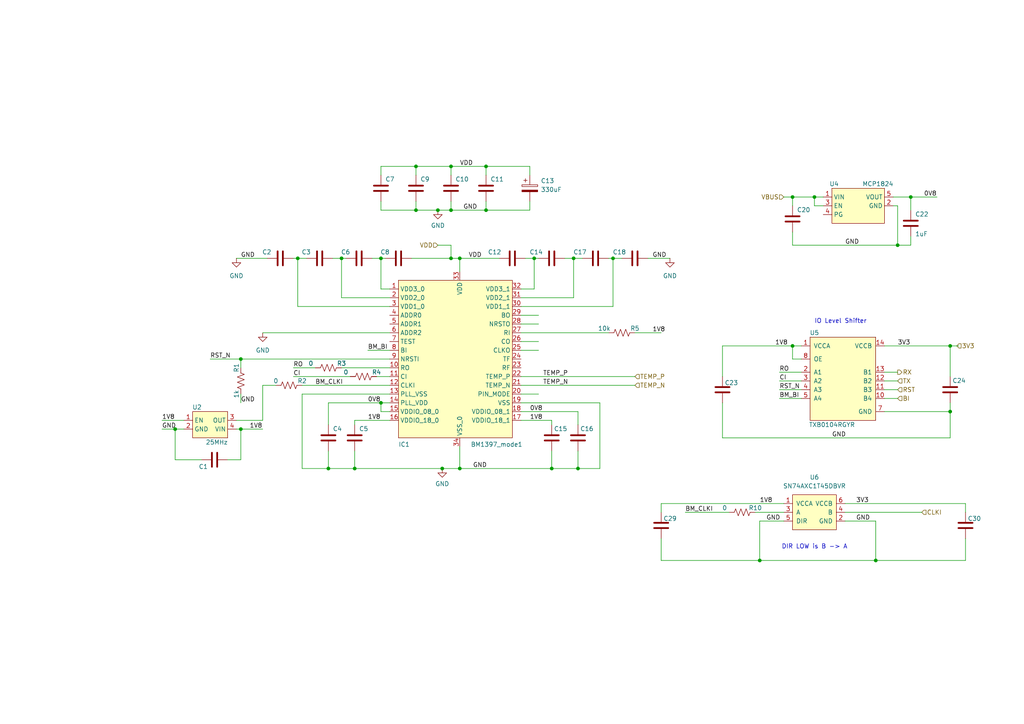
<source format=kicad_sch>
(kicad_sch (version 20231120) (generator "eeschema") (generator_version "8.0")
  (paper "A4")
  (lib_symbols
    (symbol "Device:C" (pin_numbers hide) (pin_names (offset 0.254))
      (property "Reference" "C" (at 0.635 2.54 0))
      (property "Value" "C" (at 0.635 -2.54 0))
      (symbol "C_0_1"
        (polyline (pts (xy -2.032 -0.762) (xy 2.032 -0.762)) (stroke (width 0.508)))
        (polyline (pts (xy -2.032 0.762) (xy 2.032 0.762)) (stroke (width 0.508)))
      )
      (symbol "C_1_1"
        (pin passive line (at 0 3.81 270) (length 2.794) (name "~") (number "1"))
        (pin passive line (at 0 -3.81 90) (length 2.794) (name "~") (number "2"))
      )
    )
    (symbol "Device:C_Polarized" (pin_numbers hide) (pin_names (offset 0.254))
      (property "Reference" "C" (at 0.635 2.54 0))
      (property "Value" "C_Polarized" (at 0.635 -2.54 0))
      (symbol "C_Polarized_0_1"
        (rectangle (start -2.286 0.508) (end 2.286 1.016))
        (polyline (pts (xy -1.778 2.286) (xy -0.762 2.286)))
        (polyline (pts (xy -1.27 2.794) (xy -1.27 1.778)))
        (rectangle (start 2.286 -0.508) (end -2.286 -1.016) (fill (type outline)))
      )
      (symbol "C_Polarized_1_1"
        (pin passive line (at 0 3.81 270) (length 2.794) (name "~") (number "1"))
        (pin passive line (at 0 -3.81 90) (length 2.794) (name "~") (number "2"))
      )
    )
    (symbol "Device:R_US" (pin_numbers hide) (pin_names (offset 0))
      (property "Reference" "R" (at 2.54 0 90))
      (property "Value" "R_US" (at -2.54 0 90))
      (symbol "R_US_0_1"
        (polyline (pts (xy 0 -2.286) (xy 0 -2.54)))
        (polyline (pts (xy 0 2.286) (xy 0 2.54)))
        (polyline (pts (xy 0 -0.762) (xy 1.016 -1.143) (xy 0 -1.524) (xy -1.016 -1.905) (xy 0 -2.286)))
        (polyline (pts (xy 0 0.762) (xy 1.016 0.381) (xy 0 0) (xy -1.016 -0.381) (xy 0 -0.762)))
        (polyline (pts (xy 0 2.286) (xy 1.016 1.905) (xy 0 1.524) (xy -1.016 1.143) (xy 0 0.762)))
      )
      (symbol "R_US_1_1"
        (pin passive line (at 0 3.81 270) (length 1.27) (name "~") (number "1"))
        (pin passive line (at 0 -3.81 90) (length 1.27) (name "~") (number "2"))
      )
    )
    (symbol "GND_1" (power) (pin_numbers hide) (pin_names (offset 0) hide)
      (property "Value" "GND" (at 0 -3.81 0))
      (symbol "GND_1_0_1"
        (polyline (pts (xy 0 0) (xy 0 -1.27) (xy 1.27 -1.27) (xy 0 -2.54) (xy -1.27 -1.27) (xy 0 -1.27)))
      )
      (symbol "GND_1_1_1"
        (pin power_in line (at 0 0 270) (length 0) (name "~") (number "1"))
      )
    )
    (symbol "GND_2" (power) (pin_numbers hide) (pin_names (offset 0) hide)
      (property "Value" "GND" (at 0 -3.81 0))
      (symbol "GND_2_0_1"
        (polyline (pts (xy 0 0) (xy 0 -1.27) (xy 1.27 -1.27) (xy 0 -2.54) (xy -1.27 -1.27) (xy 0 -1.27)))
      )
      (symbol "GND_2_1_1"
        (pin power_in line (at 0 0 270) (length 0) (name "~") (number "1"))
      )
    )
    (symbol "MCP1824_1"
      (property "Reference" "U" (at -7.62 5.08 0))
      (property "Value" "MCP1824_1" (at 5.08 5.08 0))
      (symbol "MCP1824_1_0_1"
        (rectangle (start -7.62 3.81) (end 7.62 -6.35) (stroke (width 0.1524)) (fill (type background)))
      )
      (symbol "MCP1824_1_1_0"
        (pin bidirectional line (at -10.16 1.27 0) (length 2.54) (name "VIN") (number "1"))
        (pin bidirectional line (at 10.16 -1.27 180) (length 2.54) (name "GND") (number "2"))
        (pin bidirectional line (at -10.16 -1.27 0) (length 2.54) (name "EN") (number "3"))
        (pin bidirectional line (at -10.16 -3.81 0) (length 2.54) (name "PG") (number "4"))
        (pin bidirectional line (at 10.16 1.27 180) (length 2.54) (name "VOUT") (number "5"))
      )
    )
    (symbol "bitaxe:BM1397_mode1"
      (property "Reference" "IC" (at -17.78 17.78 0))
      (property "Value" "BM1397_mode1" (at -17.78 -30.48 0))
      (symbol "BM1397_mode1_1_0"
        (pin bidirectional line (at -20.32 15.24 0) (length 2.54) (name "VDD3_0") (number "1"))
        (pin bidirectional line (at -20.32 -7.62 0) (length 2.54) (name "RO") (number "10"))
        (pin bidirectional line (at -20.32 -10.16 0) (length 2.54) (name "CI") (number "11"))
        (pin bidirectional line (at -20.32 -12.7 0) (length 2.54) (name "CLKI") (number "12"))
        (pin bidirectional line (at -20.32 -15.24 0) (length 2.54) (name "PLL_VSS") (number "13"))
        (pin bidirectional line (at -20.32 -17.78 0) (length 2.54) (name "PLL_VDD") (number "14"))
        (pin bidirectional line (at -20.32 -20.32 0) (length 2.54) (name "VDDIO_08_0") (number "15"))
        (pin bidirectional line (at -20.32 -22.86 0) (length 2.54) (name "VDDIO_18_0") (number "16"))
        (pin bidirectional line (at 17.78 -22.86 180) (length 2.54) (name "VDDIO_18_1") (number "17"))
        (pin bidirectional line (at 17.78 -20.32 180) (length 2.54) (name "VDDIO_08_1") (number "18"))
        (pin bidirectional line (at 17.78 -17.78 180) (length 2.54) (name "VSS") (number "19"))
        (pin bidirectional line (at -20.32 12.7 0) (length 2.54) (name "VDD2_0") (number "2"))
        (pin bidirectional line (at 17.78 -15.24 180) (length 2.54) (name "PIN_MODE") (number "20"))
        (pin bidirectional line (at 17.78 -12.7 180) (length 2.54) (name "TEMP_N") (number "21"))
        (pin bidirectional line (at 17.78 -10.16 180) (length 2.54) (name "TEMP_P") (number "22"))
        (pin bidirectional line (at 17.78 -7.62 180) (length 2.54) (name "RF") (number "23"))
        (pin bidirectional line (at 17.78 -5.08 180) (length 2.54) (name "TF") (number "24"))
        (pin bidirectional line (at 17.78 -2.54 180) (length 2.54) (name "CLKO") (number "25"))
        (pin bidirectional line (at 17.78 0 180) (length 2.54) (name "CO") (number "26"))
        (pin bidirectional line (at 17.78 2.54 180) (length 2.54) (name "RI") (number "27"))
        (pin bidirectional line (at 17.78 5.08 180) (length 2.54) (name "NRSTO") (number "28"))
        (pin bidirectional line (at 17.78 7.62 180) (length 2.54) (name "BO") (number "29"))
        (pin bidirectional line (at -20.32 10.16 0) (length 2.54) (name "VDD1_0") (number "3"))
        (pin bidirectional line (at 17.78 10.16 180) (length 2.54) (name "VDD1_1") (number "30"))
        (pin bidirectional line (at 17.78 12.7 180) (length 2.54) (name "VDD2_1") (number "31"))
        (pin bidirectional line (at 17.78 15.24 180) (length 2.54) (name "VDD3_1") (number "32"))
        (pin bidirectional line (at 0 20.32 270) (length 2.54) (name "VDD") (number "33"))
        (pin bidirectional line (at 0 -30.48 90) (length 2.54) (name "VSS_0") (number "34"))
        (pin bidirectional line (at -20.32 7.62 0) (length 2.54) (name "ADDR0") (number "4"))
        (pin bidirectional line (at -20.32 5.08 0) (length 2.54) (name "ADDR1") (number "5"))
        (pin bidirectional line (at -20.32 2.54 0) (length 2.54) (name "ADDR2") (number "6"))
        (pin bidirectional line (at -20.32 0 0) (length 2.54) (name "TEST") (number "7"))
        (pin bidirectional line (at -20.32 -2.54 0) (length 2.54) (name "BI") (number "8"))
        (pin bidirectional line (at -20.32 -5.08 0) (length 2.54) (name "NRSTI") (number "9"))
      )
      (symbol "BM1397_mode1_1_1"
        (rectangle (start -17.78 17.78) (end 15.24 -27.94) (stroke (width 0.1524)) (fill (type background)))
      )
    )
    (symbol "bitaxe:SN74AXC1T45DBVR" (pin_names (offset 1.016))
      (property "Reference" "U" (at -10.16 10.922 0))
      (property "Value" "SN74AXC1T45DBVR" (at -10.16 -2.54 0))
      (symbol "SN74AXC1T45DBVR_0_0"
        (rectangle (start -10.16 10.16) (end 2.54 0) (stroke (width 0.1524)) (fill (type background)))
        (pin power_in line (at -12.7 7.62 0) (length 2.54) (name "VCCA") (number "1"))
        (pin power_in line (at 5.08 2.54 180) (length 2.54) (name "GND") (number "2"))
        (pin bidirectional line (at -12.7 5.08 0) (length 2.54) (name "A") (number "3"))
        (pin bidirectional line (at 5.08 5.08 180) (length 2.54) (name "B") (number "4"))
        (pin input line (at -12.7 2.54 0) (length 2.54) (name "DIR") (number "5"))
        (pin power_in line (at 5.08 7.62 180) (length 2.54) (name "VCCB") (number "6"))
      )
    )
    (symbol "bitaxe:TXB0104RGYR" (pin_names (offset 1.016))
      (property "Reference" "U" (at -8.89 12.7 0))
      (property "Value" "TXB0104RGYR" (at -8.89 -11.43 0))
      (symbol "TXB0104RGYR_0_0"
        (rectangle (start -8.89 12.7) (end 10.16 -11.43) (stroke (width 0.1524)) (fill (type background)))
        (pin power_in line (at -11.43 10.16 0) (length 2.54) (name "VCCA") (number "1"))
        (pin bidirectional line (at 12.7 -5.08 180) (length 2.54) (name "B4") (number "10"))
        (pin bidirectional line (at 12.7 -2.54 180) (length 2.54) (name "B3") (number "11"))
        (pin bidirectional line (at 12.7 0 180) (length 2.54) (name "B2") (number "12"))
        (pin bidirectional line (at 12.7 2.54 180) (length 2.54) (name "B1") (number "13"))
        (pin power_in line (at 12.7 10.16 180) (length 2.54) (name "VCCB") (number "14"))
        (pin passive line (at 12.7 -8.89 180) (length 2.54) hide (name "GND") (number "15"))
        (pin passive line (at 12.7 -8.89 180) (length 2.54) hide (name "GND") (number "16"))
        (pin passive line (at 12.7 -8.89 180) (length 2.54) hide (name "GND") (number "17"))
        (pin passive line (at 12.7 -8.89 180) (length 2.54) hide (name "GND") (number "18"))
        (pin passive line (at 12.7 -8.89 180) (length 2.54) hide (name "GND") (number "19"))
        (pin bidirectional line (at -11.43 2.54 0) (length 2.54) (name "A1") (number "2"))
        (pin bidirectional line (at -11.43 0 0) (length 2.54) (name "A2") (number "3"))
        (pin bidirectional line (at -11.43 -2.54 0) (length 2.54) (name "A3") (number "4"))
        (pin bidirectional line (at -11.43 -5.08 0) (length 2.54) (name "A4") (number "5"))
        (pin power_in line (at 12.7 -8.89 180) (length 2.54) (name "GND") (number "7"))
        (pin input line (at -11.43 6.35 0) (length 2.54) (name "OE") (number "8"))
      )
    )
    (symbol "bitaxe:oscillator"
      (property "Reference" "U" (at -3.81 5.08 0))
      (property "Value" "oscillator" (at 0 -5.08 0))
      (symbol "oscillator_0_1"
        (rectangle (start -5.08 3.81) (end 5.08 -3.81) (stroke (width 0.1524)) (fill (type background)))
      )
      (symbol "oscillator_1_0"
        (pin bidirectional line (at -7.62 1.27 0) (length 2.54) (name "EN") (number "1"))
        (pin bidirectional line (at -7.62 -1.27 0) (length 2.54) (name "GND") (number "2"))
        (pin bidirectional line (at 7.62 1.27 180) (length 2.54) (name "OUT") (number "3"))
        (pin bidirectional line (at 7.62 -1.27 180) (length 2.54) (name "VIN") (number "4"))
      )
    )
    (symbol "power:GND" (power) (pin_names (offset 0))
      (property "Value" "GND" (at 0 -3.81 0))
      (symbol "GND_0_1"
        (polyline (pts (xy 0 0) (xy 0 -1.27) (xy 1.27 -1.27) (xy 0 -2.54) (xy -1.27 -1.27) (xy 0 -1.27)))
      )
      (symbol "GND_1_1"
        (pin power_in line (at 0 0 270) (length 0) hide (name "GND") (number "1"))
      )
    )
  )
  (junction (at 127 60.96))
  (junction (at 229.87 57.15) (diameter 0.9144))
  (junction (at 140.97 60.96))
  (junction (at 95.25 135.89))
  (junction (at 130.81 60.96) (diameter 0.9144))
  (junction (at 275.59 100.33))
  (junction (at 160.02 135.89))
  (junction (at 130.81 74.93))
  (junction (at 50.8 124.46))
  (junction (at 167.64 135.89))
  (junction (at 128.27 135.89))
  (junction (at 102.87 135.89))
  (junction (at 236.22 57.15))
  (junction (at 120.65 60.96) (diameter 0.9144))
  (junction (at 264.16 57.15) (diameter 0.9144))
  (junction (at 99.06 74.93))
  (junction (at 154.94 74.93))
  (junction (at 275.59 119.38))
  (junction (at 130.81 48.26) (diameter 0.9144))
  (junction (at 166.37 74.93))
  (junction (at 254 162.56))
  (junction (at 86.36 74.93))
  (junction (at 177.8 74.93))
  (junction (at 140.97 48.26))
  (junction (at 110.49 116.84))
  (junction (at 133.35 135.89))
  (junction (at 69.85 124.46))
  (junction (at 220.345 162.56))
  (junction (at 133.35 74.93))
  (junction (at 260.35 71.12) (diameter 0.9144))
  (junction (at 120.65 48.26) (diameter 0.9144))
  (junction (at 229.87 100.33))
  (junction (at 69.85 104.14))
  (junction (at 110.49 74.93))
  (wire (pts (xy 133.35 135.89) (xy 133.35 129.54)))
  (wire (pts (xy 110.49 74.93) (xy 110.49 83.82)))
  (wire (pts (xy 107.95 74.93) (xy 110.49 74.93)))
  (wire (pts (xy 69.85 124.46) (xy 76.2 124.46)))
  (wire (pts (xy 226.06 110.49) (xy 232.41 110.49)))
  (wire (pts (xy 102.87 130.81) (xy 102.87 135.89)))
  (wire (pts (xy 209.55 116.84) (xy 209.55 127)))
  (wire (pts (xy 226.06 115.57) (xy 232.41 115.57)))
  (wire (pts (xy 68.58 124.46) (xy 69.85 124.46)))
  (wire (pts (xy 187.96 74.93) (xy 194.31 74.93)))
  (wire (pts (xy 154.94 74.93) (xy 156.21 74.93)))
  (wire (pts (xy 220.345 151.13) (xy 220.345 162.56)))
  (wire (pts (xy 120.65 50.8) (xy 120.65 48.26)))
  (wire (pts (xy 76.2 96.52) (xy 113.03 96.52)))
  (wire (pts (xy 110.49 50.8) (xy 110.49 48.26)))
  (wire (pts (xy 166.37 86.36) (xy 166.37 74.93)))
  (wire (pts (xy 226.06 107.95) (xy 232.41 107.95)))
  (wire (pts (xy 130.81 60.96) (xy 127 60.96)))
  (wire (pts (xy 153.67 58.42) (xy 153.67 60.96)))
  (wire (pts (xy 236.22 59.69) (xy 238.76 59.69)))
  (wire (pts (xy 184.15 96.52) (xy 191.77 96.52)))
  (wire (pts (xy 280.035 156.21) (xy 280.035 162.56)))
  (wire (pts (xy 160.02 130.81) (xy 160.02 135.89)))
  (wire (pts (xy 86.36 88.9) (xy 86.36 74.93)))
  (wire (pts (xy 173.99 116.84) (xy 151.13 116.84)))
  (wire (pts (xy 260.35 71.12) (xy 229.87 71.12)))
  (wire (pts (xy 110.49 119.38) (xy 110.49 116.84)))
  (wire (pts (xy 245.11 151.13) (xy 254 151.13)))
  (wire (pts (xy 68.58 121.92) (xy 76.2 121.92)))
  (wire (pts (xy 260.35 59.69) (xy 259.08 59.69)))
  (wire (pts (xy 198.755 148.59) (xy 211.455 148.59)))
  (wire (pts (xy 127 60.96) (xy 120.65 60.96)))
  (wire (pts (xy 191.77 146.05) (xy 191.77 148.59)))
  (wire (pts (xy 95.25 130.81) (xy 95.25 135.89)))
  (wire (pts (xy 152.4 74.93) (xy 154.94 74.93)))
  (wire (pts (xy 236.22 59.69) (xy 236.22 57.15)))
  (wire (pts (xy 76.2 111.76) (xy 76.2 121.92)))
  (wire (pts (xy 50.8 133.35) (xy 50.8 124.46)))
  (wire (pts (xy 127 71.12) (xy 130.81 71.12)))
  (wire (pts (xy 227.33 57.15) (xy 229.87 57.15)))
  (wire (pts (xy 46.99 124.46) (xy 50.8 124.46)))
  (wire (pts (xy 167.64 119.38) (xy 167.64 123.19)))
  (wire (pts (xy 140.97 60.96) (xy 153.67 60.96)))
  (wire (pts (xy 95.25 135.89) (xy 102.87 135.89)))
  (wire (pts (xy 87.63 114.3) (xy 87.63 135.89)))
  (wire (pts (xy 236.22 57.15) (xy 238.76 57.15)))
  (wire (pts (xy 245.11 148.59) (xy 267.335 148.59)))
  (wire (pts (xy 275.59 100.33) (xy 278.13 100.33)))
  (wire (pts (xy 151.13 119.38) (xy 167.64 119.38)))
  (wire (pts (xy 95.25 116.84) (xy 110.49 116.84)))
  (wire (pts (xy 119.38 74.93) (xy 130.81 74.93)))
  (wire (pts (xy 130.81 48.26) (xy 140.97 48.26)))
  (wire (pts (xy 151.13 91.44) (xy 156.21 91.44)))
  (wire (pts (xy 68.58 74.93) (xy 77.47 74.93)))
  (wire (pts (xy 209.55 109.22) (xy 209.55 100.33)))
  (wire (pts (xy 151.13 101.6) (xy 156.21 101.6)))
  (wire (pts (xy 85.09 109.22) (xy 101.6 109.22)))
  (wire (pts (xy 245.11 146.05) (xy 280.035 146.05)))
  (wire (pts (xy 259.08 57.15) (xy 264.16 57.15)))
  (wire (pts (xy 113.03 83.82) (xy 110.49 83.82)))
  (wire (pts (xy 229.87 57.15) (xy 229.87 59.69)))
  (wire (pts (xy 86.36 74.93) (xy 88.9 74.93)))
  (wire (pts (xy 110.49 48.26) (xy 120.65 48.26)))
  (wire (pts (xy 128.27 135.89) (xy 133.35 135.89)))
  (wire (pts (xy 256.54 110.49) (xy 260.35 110.49)))
  (wire (pts (xy 140.97 50.8) (xy 140.97 48.26)))
  (wire (pts (xy 106.68 101.6) (xy 113.03 101.6)))
  (wire (pts (xy 229.87 100.33) (xy 232.41 100.33)))
  (wire (pts (xy 166.37 74.93) (xy 168.91 74.93)))
  (wire (pts (xy 120.65 60.96) (xy 110.49 60.96)))
  (wire (pts (xy 133.35 74.93) (xy 133.35 78.74)))
  (wire (pts (xy 173.99 135.89) (xy 173.99 116.84)))
  (wire (pts (xy 133.35 135.89) (xy 160.02 135.89)))
  (wire (pts (xy 66.04 133.35) (xy 69.85 133.35)))
  (wire (pts (xy 151.13 121.92) (xy 160.02 121.92)))
  (wire (pts (xy 99.06 106.68) (xy 113.03 106.68)))
  (wire (pts (xy 153.67 50.8) (xy 153.67 48.26)))
  (wire (pts (xy 110.49 58.42) (xy 110.49 60.96)))
  (wire (pts (xy 76.2 111.76) (xy 80.01 111.76)))
  (wire (pts (xy 151.13 111.76) (xy 184.15 111.76)))
  (wire (pts (xy 280.035 146.05) (xy 280.035 148.59)))
  (wire (pts (xy 69.85 104.14) (xy 113.03 104.14)))
  (wire (pts (xy 226.06 113.03) (xy 232.41 113.03)))
  (wire (pts (xy 46.99 121.92) (xy 53.34 121.92)))
  (wire (pts (xy 151.13 96.52) (xy 176.53 96.52)))
  (wire (pts (xy 95.25 123.19) (xy 95.25 116.84)))
  (wire (pts (xy 69.85 133.35) (xy 69.85 124.46)))
  (wire (pts (xy 163.83 74.93) (xy 166.37 74.93)))
  (wire (pts (xy 254 162.56) (xy 220.345 162.56)))
  (wire (pts (xy 220.345 162.56) (xy 191.77 162.56)))
  (wire (pts (xy 151.13 99.06) (xy 156.21 99.06)))
  (wire (pts (xy 140.97 48.26) (xy 153.67 48.26)))
  (wire (pts (xy 167.64 135.89) (xy 173.99 135.89)))
  (wire (pts (xy 130.81 71.12) (xy 130.81 74.93)))
  (wire (pts (xy 140.97 58.42) (xy 140.97 60.96)))
  (wire (pts (xy 85.09 106.68) (xy 91.44 106.68)))
  (wire (pts (xy 191.77 162.56) (xy 191.77 156.21)))
  (wire (pts (xy 144.78 74.93) (xy 133.35 74.93)))
  (wire (pts (xy 264.16 57.15) (xy 264.16 60.96)))
  (wire (pts (xy 151.13 93.98) (xy 156.21 93.98)))
  (wire (pts (xy 176.53 74.93) (xy 177.8 74.93)))
  (wire (pts (xy 50.8 124.46) (xy 53.34 124.46)))
  (wire (pts (xy 102.87 135.89) (xy 128.27 135.89)))
  (wire (pts (xy 256.54 115.57) (xy 260.35 115.57)))
  (wire (pts (xy 209.55 100.33) (xy 229.87 100.33)))
  (wire (pts (xy 113.03 86.36) (xy 99.06 86.36)))
  (wire (pts (xy 140.97 60.96) (xy 130.81 60.96)))
  (wire (pts (xy 113.03 119.38) (xy 110.49 119.38)))
  (wire (pts (xy 110.49 116.84) (xy 113.03 116.84)))
  (wire (pts (xy 229.87 104.14) (xy 229.87 100.33)))
  (wire (pts (xy 256.54 113.03) (xy 260.35 113.03)))
  (wire (pts (xy 160.02 135.89) (xy 167.64 135.89)))
  (wire (pts (xy 229.87 57.15) (xy 236.22 57.15)))
  (wire (pts (xy 191.77 146.05) (xy 227.33 146.05)))
  (wire (pts (xy 69.85 114.3) (xy 69.85 116.84)))
  (wire (pts (xy 167.64 130.81) (xy 167.64 135.89)))
  (wire (pts (xy 120.65 58.42) (xy 120.65 60.96)))
  (wire (pts (xy 254 151.13) (xy 254 162.56)))
  (wire (pts (xy 102.87 123.19) (xy 102.87 121.92)))
  (wire (pts (xy 102.87 121.92) (xy 113.03 121.92)))
  (wire (pts (xy 256.54 100.33) (xy 275.59 100.33)))
  (wire (pts (xy 87.63 135.89) (xy 95.25 135.89)))
  (wire (pts (xy 58.42 133.35) (xy 50.8 133.35)))
  (wire (pts (xy 87.63 114.3) (xy 113.03 114.3)))
  (wire (pts (xy 151.13 88.9) (xy 177.8 88.9)))
  (wire (pts (xy 260.35 59.69) (xy 260.35 71.12)))
  (wire (pts (xy 110.49 74.93) (xy 111.76 74.93)))
  (wire (pts (xy 85.09 74.93) (xy 86.36 74.93)))
  (wire (pts (xy 113.03 88.9) (xy 86.36 88.9)))
  (wire (pts (xy 264.16 71.12) (xy 260.35 71.12)))
  (wire (pts (xy 120.65 48.26) (xy 130.81 48.26)))
  (wire (pts (xy 275.59 119.38) (xy 275.59 127)))
  (wire (pts (xy 256.54 119.38) (xy 275.59 119.38)))
  (wire (pts (xy 229.87 67.31) (xy 229.87 71.12)))
  (wire (pts (xy 177.8 88.9) (xy 177.8 74.93)))
  (wire (pts (xy 130.81 50.8) (xy 130.81 48.26)))
  (wire (pts (xy 130.81 74.93) (xy 133.35 74.93)))
  (wire (pts (xy 60.96 104.14) (xy 69.85 104.14)))
  (wire (pts (xy 275.59 116.84) (xy 275.59 119.38)))
  (wire (pts (xy 275.59 100.33) (xy 275.59 109.22)))
  (wire (pts (xy 220.345 151.13) (xy 227.33 151.13)))
  (wire (pts (xy 96.52 74.93) (xy 99.06 74.93)))
  (wire (pts (xy 209.55 127) (xy 275.59 127)))
  (wire (pts (xy 99.06 86.36) (xy 99.06 74.93)))
  (wire (pts (xy 264.16 68.58) (xy 264.16 71.12)))
  (wire (pts (xy 160.02 121.92) (xy 160.02 123.19)))
  (wire (pts (xy 264.16 57.15) (xy 271.78 57.15)))
  (wire (pts (xy 99.06 74.93) (xy 100.33 74.93)))
  (wire (pts (xy 232.41 104.14) (xy 229.87 104.14)))
  (wire (pts (xy 154.94 83.82) (xy 154.94 74.93)))
  (wire (pts (xy 256.54 107.95) (xy 260.35 107.95)))
  (wire (pts (xy 69.85 104.14) (xy 69.85 106.68)))
  (wire (pts (xy 151.13 86.36) (xy 166.37 86.36)))
  (wire (pts (xy 151.13 109.22) (xy 184.15 109.22)))
  (wire (pts (xy 219.075 148.59) (xy 227.33 148.59)))
  (wire (pts (xy 109.22 109.22) (xy 113.03 109.22)))
  (wire (pts (xy 130.81 58.42) (xy 130.81 60.96)))
  (wire (pts (xy 151.13 83.82) (xy 154.94 83.82)))
  (wire (pts (xy 280.035 162.56) (xy 254 162.56)))
  (wire (pts (xy 151.13 114.3) (xy 156.21 114.3)))
  (wire (pts (xy 87.63 111.76) (xy 113.03 111.76)))
  (wire (pts (xy 177.8 74.93) (xy 180.34 74.93)))
  (text "DIR LOW is B -> A" (at 226.695 159.385 0) (effects (font (size 1.27 1.27)) (justify left bottom)))
  (text "IO Level Shifter" (at 236.22 93.98 0) (effects (font (size 1.27 1.27)) (justify left bottom)))
  (label "TEMP_N" (at 157.48 111.76 0))
  (label "1V8" (at 153.67 121.92 0))
  (label "0V8" (at 106.68 116.84 0))
  (label "VDD" (at 135.89 74.93 0))
  (label "GND" (at 222.25 151.13 0))
  (label "GND" (at 46.99 124.46 0))
  (label "GND" (at 189.23 74.93 0))
  (label "1V8" (at 220.345 146.05 0))
  (label "RST_N" (at 60.96 104.14 0))
  (label "RO" (at 226.06 107.95 0))
  (label "3V3" (at 248.285 146.05 0))
  (label "1V8" (at 46.99 121.92 0))
  (label "GND" (at 138.43 60.96 180))
  (label "GND" (at 245.11 71.12 0))
  (label "GND" (at 248.285 151.13 0))
  (label "0V8" (at 153.67 119.38 0))
  (label "1V8" (at 106.68 121.92 0))
  (label "3V3" (at 260.35 100.33 0))
  (label "BM_CLKI" (at 91.44 111.76 0))
  (label "1V8" (at 224.79 100.33 0))
  (label "0V8" (at 267.97 57.15 0))
  (label "GND" (at 137.16 135.89 0))
  (label "BM_BI" (at 226.06 115.57 0))
  (label "CI" (at 226.06 110.49 0))
  (label "GND" (at 69.85 74.93 0))
  (label "BM_BI" (at 106.68 101.6 0))
  (label "1V8" (at 189.23 96.52 0))
  (label "GND" (at 241.3 127 0))
  (label "CI" (at 85.09 109.22 0))
  (label "1V8" (at 72.39 124.46 0))
  (label "TEMP_P" (at 157.48 109.22 0))
  (label "GND" (at 69.85 116.84 0))
  (label "RST_N" (at 226.06 113.03 0))
  (label "BM_CLKI" (at 198.755 148.59 0))
  (label "RO" (at 85.09 106.68 0))
  (label "VDD" (at 133.35 48.26 0))
  (hierarchical_label "VBUS" (shape input) (at 227.33 57.15 180))
  (hierarchical_label "TEMP_N" (shape input) (at 184.15 111.76 0))
  (hierarchical_label "RST" (shape input) (at 260.35 113.03 0))
  (hierarchical_label "CLKI" (shape input) (at 267.335 148.59 0))
  (hierarchical_label "RX" (shape output) (at 260.35 107.95 0))
  (hierarchical_label "VDD" (shape input) (at 127 71.12 180))
  (hierarchical_label "3V3" (shape input) (at 277.495 100.33 0))
  (hierarchical_label "BI" (shape input) (at 260.35 115.57 0))
  (hierarchical_label "TX" (shape input) (at 260.35 110.49 0))
  (hierarchical_label "TEMP_P" (shape input) (at 184.15 109.22 0))
  (symbol (lib_id "Device:C") (at 209.55 113.03 0) (unit 1)
    (property "Reference" "C23" (at 210.185 111.76 0) (effects (justify left bottom)))
    (property "Value" "311-3342-1-ND" (effects (hide yes)))
    (property "Footprint" "Capacitor_SMD:C_0402_1005Metric" (effects (hide yes)))
    (property "DK" "1292-1639-1-ND" (effects (hide yes)))
  )
  (symbol (lib_id "Device:C") (at 160.02 74.93 90) (unit 1)
    (property "Reference" "C14" (at 157.48 72.39 90) (effects (justify left bottom)))
    (property "Value" "587-5514-1-ND" (effects (hide yes)))
    (property "Footprint" "Capacitor_SMD:C_0402_1005Metric" (effects (hide yes)))
    (property "DK" "587-5514-1-ND" (effects (hide yes)))
  )
  (symbol (lib_id "Device:R_US") (at 215.265 148.59 90) (unit 1)
    (property "Reference" "R10" (at 219.075 147.32 90))
    (property "Value" "0" (at 210.185 147.32 90))
    (property "Footprint" "Resistor_SMD:R_0402_1005Metric" (effects (hide yes)))
    (property "DK" "RMCF0402ZT0R00CT-ND" (effects (hide yes)))
  )
  (symbol (lib_id "Device:C") (at 275.59 113.03 0) (unit 1)
    (property "Reference" "C24" (at 276.225 111.125 0) (effects (justify left bottom)))
    (property "Value" "311-3342-1-ND" (effects (hide yes)))
    (property "Footprint" "Capacitor_SMD:C_0402_1005Metric" (effects (hide yes)))
    (property "DK" "1292-1639-1-ND" (effects (hide yes)))
  )
  (symbol (lib_id "Device:C") (at 95.25 127 0) (unit 1)
    (property "Reference" "C4" (at 96.52 125.095 0) (effects (justify left bottom)))
    (property "Value" "587-5514-1-ND" (effects (hide yes)))
    (property "Footprint" "Capacitor_SMD:C_0402_1005Metric" (effects (hide yes)))
    (property "DK" "587-5514-1-ND" (effects (hide yes)))
  )
  (symbol (lib_id "Device:C") (at 167.64 127 0) (unit 1)
    (property "Reference" "C16" (at 168.275 125.095 0) (effects (justify left bottom)))
    (property "Value" "587-5514-1-ND" (effects (hide yes)))
    (property "Footprint" "Capacitor_SMD:C_0402_1005Metric" (effects (hide yes)))
    (property "DK" "587-5514-1-ND" (effects (hide yes)))
  )
  (symbol (lib_id "bitaxe:TXB0104RGYR") (at 243.84 110.49 0) (unit 1)
    (property "Reference" "U5" (at 236.22 96.52 0))
    (property "Value" "TXB0104RGYR" (at 241.3 123.19 0))
    (property "Footprint" "bitaxe:TXB0104" (effects (hide yes)))
    (property "Datasheet" "https://www.ti.com/lit/ds/symlink/txb0104.pdf?HQS=dis-dk-null-digikeymode-dsf-pf-null-wwe&ts=1669420543825&ref_url=https%253A%252F%252Fwww.ti.com%252Fgeneral%252Fdocs%252Fsuppproductinfo.tsp%253FdistId%253D10%2526gotoUrl%253Dhttps%253A%252F%252Fwww.ti.com%252Flit%252Fgpn%252Ftxb0104" (effects (hide yes)))
    (property "DK" "296-21930-1-ND" (effects (hide yes)))
    (property "PARTNO" "TXB0104RGYR" (effects (hide yes)))
  )
  (symbol (lib_id "Device:R_US") (at 95.25 106.68 90) (unit 1)
    (property "Reference" "R3" (at 99.06 105.41 90))
    (property "Value" "0" (at 90.17 105.41 90))
    (property "Footprint" "Resistor_SMD:R_0402_1005Metric" (effects (hide yes)))
    (property "DK" "RMCF0402ZT0R00CT-ND" (effects (hide yes)))
  )
  (symbol (lib_id "Device:C") (at 115.57 74.93 90) (unit 1)
    (property "Reference" "C8" (at 113.03 72.39 90) (effects (justify left bottom)))
    (property "Value" "587-5514-1-ND" (effects (hide yes)))
    (property "Footprint" "Capacitor_SMD:C_0402_1005Metric" (effects (hide yes)))
    (property "DK" "587-5514-1-ND" (effects (hide yes)))
  )
  (symbol (lib_id "Device:C") (at 264.16 64.77 0) (unit 1)
    (property "Reference" "C22" (at 265.43 62.865 0) (effects (justify left bottom)))
    (property "Value" "1uF" (at 265.43 68.58 0) (effects (justify left bottom)))
    (property "Footprint" "Capacitor_SMD:C_0402_1005Metric" (effects (hide yes)))
    (property "DK" "587-5514-1-ND" (effects (hide yes)))
  )
  (symbol (lib_id "Device:C") (at 140.97 54.61 0) (unit 1)
    (property "Reference" "C11" (at 142.24 52.705 0) (effects (justify left bottom)))
    (property "Value" "587-5514-1-ND" (effects (hide yes)))
    (property "Footprint" "Capacitor_SMD:C_0402_1005Metric" (effects (hide yes)))
    (property "DK" "587-5514-1-ND" (effects (hide yes)))
  )
  (symbol (lib_name "GND_1") (lib_id "power:GND") (at 68.58 74.93 0) (unit 1)
    (property "Reference" "#PWR07" (effects (hide yes)))
    (property "Value" "GND" (at 68.58 80.01 0))
    (property "Description" "Power symbol creates a global label with name \"GND\" , ground" (effects (hide yes)))
  )
  (symbol (lib_id "Device:C") (at 280.035 152.4 0) (unit 1)
    (property "Reference" "C30" (at 280.67 151.13 0) (effects (justify left bottom)))
    (property "Value" "311-3342-1-ND" (effects (hide yes)))
    (property "Footprint" "Capacitor_SMD:C_0402_1005Metric" (effects (hide yes)))
    (property "DK" "1292-1639-1-ND" (effects (hide yes)))
  )
  (symbol (lib_id "Device:C") (at 104.14 74.93 90) (unit 1)
    (property "Reference" "C6" (at 101.6 72.39 90) (effects (justify left bottom)))
    (property "Value" "587-5514-1-ND" (effects (hide yes)))
    (property "Footprint" "Capacitor_SMD:C_0402_1005Metric" (effects (hide yes)))
    (property "DK" "587-5514-1-ND" (effects (hide yes)))
  )
  (symbol (lib_id "power:GND") (at 128.27 135.89 0) (mirror y) (unit 1)
    (property "Reference" "#PWR02" (effects (hide yes)))
    (property "Value" "GND" (at 128.27 140.335 0))
  )
  (symbol (lib_id "bitaxe:BM1397_mode1") (at 133.35 99.06 0) (unit 1)
    (property "Reference" "IC1" (at 115.57 128.905 0) (effects (justify left)))
    (property "Value" "BM1397_mode1" (at 136.525 128.905 0) (effects (justify left)))
    (property "Footprint" "bitaxe:BM1397" (effects (hide yes)))
    (property "DNP" "T" (effects (hide yes)))
  )
  (symbol (lib_name "GND_2") (lib_id "power:GND") (at 194.31 74.93 0) (unit 1)
    (property "Reference" "#PWR08" (effects (hide yes)))
    (property "Value" "GND" (at 194.31 80.01 0))
    (property "Description" "Power symbol creates a global label with name \"GND\" , ground" (effects (hide yes)))
  )
  (symbol (lib_id "Device:C") (at 120.65 54.61 0) (unit 1)
    (property "Reference" "C9" (at 121.92 52.705 0) (effects (justify left bottom)))
    (property "Value" "311-3342-1-ND" (effects (hide yes)))
    (property "Footprint" "Capacitor_SMD:C_0402_1005Metric" (effects (hide yes)))
    (property "DK" "1292-1639-1-ND" (effects (hide yes)))
  )
  (symbol (lib_id "Device:C") (at 81.28 74.93 90) (unit 1)
    (property "Reference" "C2" (at 78.74 72.39 90) (effects (justify left bottom)))
    (property "Value" "587-5514-1-ND" (effects (hide yes)))
    (property "Footprint" "Capacitor_SMD:C_0402_1005Metric" (effects (hide yes)))
    (property "DK" "587-5514-1-ND" (effects (hide yes)))
  )
  (symbol (lib_id "Device:C") (at 92.71 74.93 90) (unit 1)
    (property "Reference" "C3" (at 90.17 72.39 90) (effects (justify left bottom)))
    (property "Value" "587-5514-1-ND" (effects (hide yes)))
    (property "Footprint" "Capacitor_SMD:C_0402_1005Metric" (effects (hide yes)))
    (property "DK" "587-5514-1-ND" (effects (hide yes)))
  )
  (symbol (lib_id "Device:C") (at 130.81 54.61 0) (unit 1)
    (property "Reference" "C10" (at 132.08 52.705 0) (effects (justify left bottom)))
    (property "Value" "587-5514-1-ND" (effects (hide yes)))
    (property "Footprint" "Capacitor_SMD:C_0402_1005Metric" (effects (hide yes)))
    (property "DK" "587-5514-1-ND" (effects (hide yes)))
  )
  (symbol (lib_id "Device:C") (at 102.87 127 0) (unit 1)
    (property "Reference" "C5" (at 104.14 125.095 0) (effects (justify left bottom)))
    (property "Value" "587-5514-1-ND" (effects (hide yes)))
    (property "Footprint" "Capacitor_SMD:C_0402_1005Metric" (effects (hide yes)))
    (property "DK" "587-5514-1-ND" (effects (hide yes)))
  )
  (symbol (lib_id "Device:C") (at 172.72 74.93 90) (unit 1)
    (property "Reference" "C17" (at 170.18 72.39 90) (effects (justify left bottom)))
    (property "Value" "587-5514-1-ND" (effects (hide yes)))
    (property "Footprint" "Capacitor_SMD:C_0402_1005Metric" (effects (hide yes)))
    (property "DK" "587-5514-1-ND" (effects (hide yes)))
  )
  (symbol (lib_name "MCP1824_1") (lib_id "bitaxe:MCP1824") (at 248.92 58.42 0) (unit 1)
    (property "Reference" "U4" (at 241.935 53.34 0))
    (property "Value" "MCP1824" (at 254.635 53.34 0))
    (property "Footprint" "Package_TO_SOT_SMD:SOT-23-5" (effects (hide yes)))
    (property "Datasheet" "https://ww1.microchip.com/downloads/en/DeviceDoc/22070a.pdf" (effects (hide yes)))
    (property "PARTNO" "MCP1824T-0802E/OT" (effects (hide yes)))
    (property "DK" "MCP1824T-0802E/OTCT-ND" (effects (hide yes)))
  )
  (symbol (lib_name "GND_1") (lib_id "power:GND") (at 76.2 96.52 0) (unit 1)
    (property "Reference" "#PWR05" (effects (hide yes)))
    (property "Value" "GND" (at 76.2 101.6 0))
    (property "Description" "Power symbol creates a global label with name \"GND\" , ground" (effects (hide yes)))
  )
  (symbol (lib_id "Device:R_US") (at 69.85 110.49 180) (unit 1)
    (property "Reference" "R1" (at 68.58 106.68 90))
    (property "Value" "1k" (at 68.58 114.3 90))
    (property "Footprint" "Resistor_SMD:R_0402_1005Metric" (effects (hide yes)))
    (property "DK" "YAG2306CT-ND" (effects (hide yes)))
  )
  (symbol (lib_id "Device:C") (at 110.49 54.61 0) (unit 1)
    (property "Reference" "C7" (at 111.76 52.705 0) (effects (justify left bottom)))
    (property "Value" "311-3342-1-ND" (effects (hide yes)))
    (property "Footprint" "Capacitor_SMD:C_0402_1005Metric" (effects (hide yes)))
    (property "DK" "1292-1639-1-ND" (effects (hide yes)))
  )
  (symbol (lib_id "Device:C") (at 229.87 63.5 0) (unit 1)
    (property "Reference" "C20" (at 231.14 61.595 0) (effects (justify left bottom)))
    (property "Value" "311-3342-1-ND" (effects (hide yes)))
    (property "Footprint" "Capacitor_SMD:C_0402_1005Metric" (effects (hide yes)))
    (property "DK" "1292-1639-1-ND" (effects (hide yes)))
  )
  (symbol (lib_id "Device:C") (at 148.59 74.93 90) (unit 1)
    (property "Reference" "C12" (at 145.415 72.39 90) (effects (justify left bottom)))
    (property "Value" "587-5514-1-ND" (effects (hide yes)))
    (property "Footprint" "Capacitor_SMD:C_0402_1005Metric" (effects (hide yes)))
    (property "DK" "587-5514-1-ND" (effects (hide yes)))
  )
  (symbol (lib_id "Device:C") (at 62.23 133.35 90) (unit 1)
    (property "Reference" "C1" (at 60.325 134.62 90) (effects (justify left bottom)))
    (property "Value" "311-3342-1-ND" (effects (hide yes)))
    (property "Footprint" "Capacitor_SMD:C_0402_1005Metric" (effects (hide yes)))
    (property "DK" "1292-1639-1-ND" (effects (hide yes)))
  )
  (symbol (lib_id "Device:R_US") (at 180.34 96.52 90) (unit 1)
    (property "Reference" "R5" (at 184.15 95.25 90))
    (property "Value" "10k" (at 175.26 95.25 90))
    (property "Footprint" "Resistor_SMD:R_0402_1005Metric" (effects (hide yes)))
    (property "DK" "311-10KJRCT-ND" (effects (hide yes)))
  )
  (symbol (lib_id "Device:C") (at 160.02 127 0) (unit 1)
    (property "Reference" "C15" (at 160.655 125.095 0) (effects (justify left bottom)))
    (property "Value" "587-5514-1-ND" (effects (hide yes)))
    (property "Footprint" "Capacitor_SMD:C_0402_1005Metric" (effects (hide yes)))
    (property "DK" "587-5514-1-ND" (effects (hide yes)))
  )
  (symbol (lib_id "Device:C_Polarized") (at 153.67 54.61 0) (unit 1)
    (property "Reference" "C13" (at 156.845 52.4509 0) (effects (justify left)))
    (property "Value" "330uF" (at 156.845 54.9909 0) (effects (justify left)))
    (property "Footprint" "Capacitor_Tantalum_SMD:CP_EIA-7343-31_Kemet-D_Pad2.25x2.55mm_HandSolder" (effects (hide yes)))
    (property "DK" "718-1028-1-ND" (effects (hide yes)))
  )
  (symbol (lib_id "Device:C") (at 184.15 74.93 90) (unit 1)
    (property "Reference" "C18" (at 181.61 72.39 90) (effects (justify left bottom)))
    (property "Value" "587-5514-1-ND" (effects (hide yes)))
    (property "Footprint" "Capacitor_SMD:C_0402_1005Metric" (effects (hide yes)))
    (property "DK" "587-5514-1-ND" (effects (hide yes)))
  )
  (symbol (lib_id "Device:R_US") (at 105.41 109.22 90) (unit 1)
    (property "Reference" "R4" (at 109.22 107.95 90))
    (property "Value" "0" (at 100.33 107.95 90))
    (property "Footprint" "Resistor_SMD:R_0402_1005Metric" (effects (hide yes)))
    (property "DK" "RMCF0402ZT0R00CT-ND" (effects (hide yes)))
  )
  (symbol (lib_id "bitaxe:oscillator") (at 60.96 123.19 0) (unit 1)
    (property "Reference" "U2" (at 57.15 118.11 0))
    (property "Value" "25MHz" (at 62.865 128.27 0))
    (property "Footprint" "bitaxe:O 25,0-JO32-B-1V3-1-T1-LF" (effects (hide yes)))
    (property "Datasheet" "https://www.jauch.com/downloadfile/5ef1edcfb8e2f73163c8ce8009ef659d1/jo32-1.8-3.3v.pdf" (effects (hide yes)))
    (property "DK" "1908-O250-JO32-B-1V3-1-T1-LFCT-ND" (effects (hide yes)))
    (property "PARTNO" "O 25,0-JO32-B-1V3-1-T1-LF" (effects (hide yes)))
  )
  (symbol (lib_id "Device:C") (at 191.77 152.4 0) (unit 1)
    (property "Reference" "C29" (at 192.405 151.13 0) (effects (justify left bottom)))
    (property "Value" "311-3342-1-ND" (effects (hide yes)))
    (property "Footprint" "Capacitor_SMD:C_0402_1005Metric" (effects (hide yes)))
    (property "DK" "1292-1639-1-ND" (effects (hide yes)))
  )
  (symbol (lib_id "Device:R_US") (at 83.82 111.76 90) (unit 1)
    (property "Reference" "R2" (at 87.63 110.49 90))
    (property "Value" "0" (at 80.01 110.49 90))
    (property "Footprint" "Resistor_SMD:R_0402_1005Metric" (effects (hide yes)))
    (property "DK" "RMCF0402ZT0R00CT-ND" (effects (hide yes)))
  )
  (symbol (lib_id "bitaxe:SN74AXC1T45DBVR") (at 240.03 153.67 0) (unit 1)
    (property "Reference" "U6" (at 236.22 138.43 0))
    (property "Value" "SN74AXC1T45DBVR" (at 236.22 140.97 0))
    (property "Footprint" "bitaxe:SN74AXC1T45" (effects (hide yes)))
    (property "Datasheet" "https://www.ti.com/lit/ds/symlink/sn74axc1t45.pdf?HQS=dis-dk-null-digikeymode-dsf-pf-null-wwe&ts=1669570203049&ref_url=https%253A%252F%252Fwww.ti.com%252Fgeneral%252Fdocs%252Fsuppproductinfo.tsp%253FdistId%253D10%2526gotoUrl%253Dhttps%253A%252F%252Fwww.ti.com%252Flit%252Fgpn%252Fsn74axc1t45" (effects (hide yes)))
    (property "DK" "296-47598-1-ND" (effects (hide yes)))
    (property "PARTNO" "SN74AXC1T45DBVR" (effects (hide yes)))
  )
  (symbol (lib_id "power:GND") (at 127 60.96 0) (mirror y) (unit 1)
    (property "Reference" "#PWR01" (effects (hide yes)))
    (property "Value" "GND" (at 127 65.405 0))
  )
)
</source>
